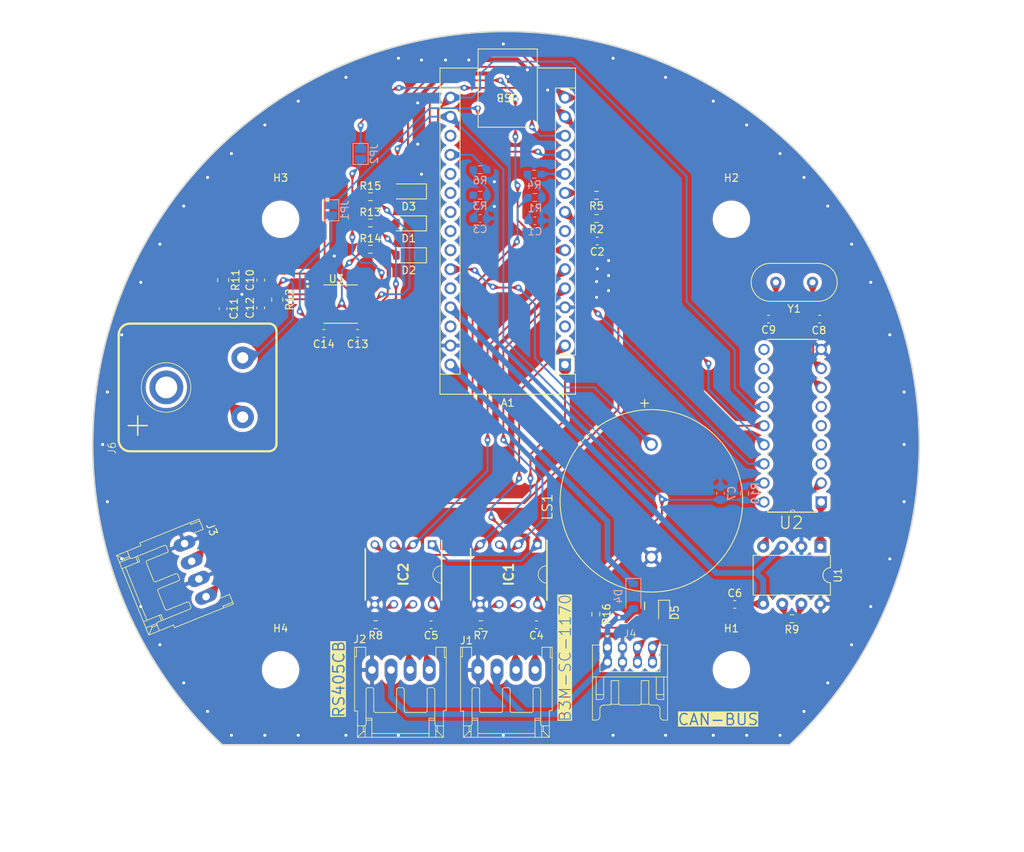
<source format=kicad_pcb>
(kicad_pcb (version 20221018) (generator pcbnew)
  (layers (0 "F.Cu" signal) (31 "B.Cu" signal) (34 "B.Paste" user) (35 "F.Paste" user) (36 "B.SilkS" user "B.Silkscreen") (37 "F.SilkS" user "F.Silkscreen") (38 "B.Mask" user) (39 "F.Mask" user) (44 "Edge.Cuts" user))
  (net 0 "")
  (net 1 "RS485__DI-TX")
  (net 2 "RS485__RO-RX")
  (net 4 "GND")
  (net 5 "RS485__Enable_B3M")
  (net 6 "RS485__Enable_RS405")
  (net 7 "MAX31856__~{CS}-~{CS}")
  (net 8 "MAX31855__~{CS}-~{CS}")
  (net 9 "MCP2515__~{CS}-~{CS}")
  (net 10 "Umbilical__LaunchPin")
  (net 11 "Umbilical__WaitingPin")
  (net 12 "MAX31856__DRDY-DRDY")
  (net 13 "MAX31856__FAULT-FAULT")
  (net 14 "SPI__MOSI")
  (net 15 "SPI__MISO")
  (net 16 "SPI__SCLK")
  (net 17 "+3.3V")
  (net 19 "B3M_Servo__Open")
  (net 20 "B3M_Servo__Close")
  (net 21 "RS405_Servo__Open")
  (net 22 "RS405_Servo__Close")
  (net 25 "IO__Busser")
  (net 27 "+5V")
  (net 29 "+12V")
  (net 30 "RS485__A1")
  (net 31 "RS485__B1")
  (net 32 "RS485__A2")
  (net 33 "RS485__B2")
  (net 34 "Net-(JP1-A)")
  (net 35 "Net-(JP2-A)")
  (net 36 "CAN__TXD-TXCAN")
  (net 37 "CAN__RXD-CANRX")
  (net 38 "Net-(U3-T+)")
  (net 39 "OCS2")
  (net 40 "OCS1")
  (net 41 "Net-(U3-T-)")
  (net 42 "Net-(J6-Pin_2)")
  (net 43 "Umbilical__WaitingPinInput")
  (net 44 "Umbilical__LaunchPinInput")
  (net 45 "CAN__L")
  (net 46 "CAN__H")
  (net 47 "BIAS")
  (net 48 "B3M_Servo__OpenInput")
  (net 49 "Net-(D1-A)")
  (net 50 "Net-(D2-A)")
  (net 51 "Net-(D3-A)")
  (net 52 "Net-(D5-A)")
  (net 60 "Net-(U2-~RESET)")
  (net 61 "Net-(C3-Pad1)")
  (net 62 "Net-(C2-Pad1)")
  (net 63 "Net-(C1-Pad1)")
  (net 64 "12Vin")
  (footprint "Resistor_SMD:R_0603_1608Metric_Pad0.98x0.95mm_HandSolder" (layer "F.Cu") (at 133.298344 130.2 -90)
    (fp_text reference "R16")
    (fp_text value "1k")
  )
  (footprint "Capacitor_SMD:C_0603_1608Metric_Pad1.08x0.95mm_HandSolder" (layer "F.Cu") (at 125.398344 131.6 180)
    (fp_text reference "C4")
    (fp_text value "0.1u")
  )
  (footprint "Diode_SMD:D_SOD-123" (layer "F.Cu") (at 108.398344 82.4 180)
    (fp_text reference "D2")
    (fp_text value "D")
  )
  (footprint "PKB24SPCH3601-B0:SPKR_PKB24SPCH3601-B0" (layer "F.Cu") (at 140.698344 115.1 90)
    (fp_text reference "LS1")
    (fp_text value "PKB24SPCH3601-B0")
  )
  (footprint "LTC1480CN8#PBF:DIP794W53P254L1016H394Q8N" (layer "F.Cu") (at 107.698344 124.9 -90)
    (fp_text reference "IC2")
    (fp_text value "LTC1480CN8#PBF" hide)
  )
  (footprint "Hirose_Connector:Hirose_DF1BZ-4P-2.5DS" (layer "F.Cu") (at 107.298344 137.6)
    (fp_text reference "J2")
    (fp_text value "Conn_01x04")
  )
  (footprint "MountingHole:MountingHole_4.5mm" (layer "F.Cu") (at 91.349172 77.6)
    (fp_text reference "H3")
    (fp_text value "MountingHole")
  )
  (footprint "Capacitor_SMD:C_0603_1608Metric_Pad1.08x0.95mm_HandSolder" (layer "F.Cu") (at 133.498344 80.5 180)
    (fp_text reference "C2")
    (fp_text value "0.1u")
  )
  (footprint "Capacitor_SMD:C_0603_1608Metric_Pad1.08x0.95mm_HandSolder" (layer "F.Cu") (at 88.698344 89.4 90)
    (fp_text reference "C12")
    (fp_text value "0.01u")
  )
  (footprint "MCP2515-I_P:DIP254P762X432-18" (layer "F.Cu") (at 155.688344 94.94 180)
    (fp_text reference "U2")
    (fp_text value "MCP2515-I/P")
  )
  (footprint "MountingHole:MountingHole_4.5mm" (layer "F.Cu") (at 91.349172 137.6)
    (fp_text reference "H4")
    (fp_text value "MountingHole")
  )
  (footprint "Resistor_SMD:R_0603_1608Metric_Pad0.98x0.95mm_HandSolder" (layer "F.Cu") (at 103.998344 131.6 180)
    (fp_text reference "R8")
    (fp_text value "120")
  )
  (footprint "Diode_SMD:D_SOD-123" (layer "F.Cu") (at 108.398344 78.15 180)
    (fp_text reference "D1")
    (fp_text value "D")
  )
  (footprint "Resistor_SMD:R_0805_2012Metric_Pad1.20x1.40mm_HandSolder" (layer "F.Cu") (at 83.698344 85.7 -90)
    (fp_text reference "R11")
    (fp_text value "100")
  )
  (footprint "Hirose_Connector:Hirose_DF1BZ-4P-2.5DS" (layer "F.Cu") (at 79.998344 124.3 -68)
    (fp_text reference "J3")
    (fp_text value "Conn_01x04")
  )
  (footprint "MountingHole:MountingHole_4.5mm" (layer "F.Cu") (at 151.349172 77.6)
    (fp_text reference "H2")
    (fp_text value "MountingHole")
  )
  (footprint "Capacitor_SMD:C_0603_1608Metric_Pad1.08x0.95mm_HandSolder" (layer "F.Cu") (at 88.698344 85.7 90)
    (fp_text reference "C10")
    (fp_text value "0.01u")
  )
  (footprint "Capacitor_SMD:C_0603_1608Metric_Pad1.08x0.95mm_HandSolder" (layer "F.Cu") (at 163.098344 90.9)
    (fp_text reference "C8")
    (fp_text value "15p")
  )
  (footprint "Resistor_SMD:R_0603_1608Metric_Pad0.98x0.95mm_HandSolder" (layer "F.Cu") (at 133.398344 77.5 180)
    (fp_text reference "R2")
    (fp_text value "10k")
  )
  (footprint "LTC1480CN8#PBF:DIP794W53P254L1016H394Q8N" (layer "F.Cu") (at 121.718344 124.9 -90)
    (fp_text reference "IC1")
    (fp_text value "LTC1480CN8#PBF" hide)
  )
  (footprint "MAX31856MUD_T:RS_PRO_611-8157" (layer "F.Cu") (at 77.298344 100 90)
    (fp_text reference "J6")
    (fp_text value "Screw_Terminal_01x02")
  )
  (footprint "Crystal:Crystal_HC49-4H_Vertical" (layer "F.Cu") (at 162.148344 86 180)
    (fp_text reference "Y1")
    (fp_text value "8MHz")
  )
  (footprint "Capacitor_SMD:C_0603_1608Metric_Pad1.08x0.95mm_HandSolder" (layer "F.Cu") (at 83.698344 89.5 -90)
    (fp_text reference "C11")
    (fp_text value "0.1u")
  )
  (footprint "Resistor_SMD:R_0603_1608Metric_Pad0.98x0.95mm_HandSolder" (layer "F.Cu") (at 159.398344 130.8 180)
    (fp_text reference "R9")
    (fp_text value "120")
  )
  (footprint "MountingHole:MountingHole_4.5mm" (layer "F.Cu") (at 151.349172 137.6)
    (fp_text reference "H1")
    (fp_text value "MountingHole")
  )
  (footprint "Resistor_SMD:R_0603_1608Metric_Pad0.98x0.95mm_HandSolder" (layer "F.Cu") (at 117.998344 131.6 180)
    (fp_text reference "R7")
    (fp_text value "120")
  )
  (footprint "Capacitor_SMD:C_0603_1608Metric_Pad1.08x0.95mm_HandSolder" (layer "F.Cu") (at 101.598344 92.8 180)
    (fp_text reference "C13")
    (fp_text value "0.1u")
  )
  (footprint "MAX31856MUD_T:SOP65P640X110-14N" (layer "F.Cu") (at 99.335844 88.9)
    (fp_text reference "U3")
    (fp_text value "MAX31856MUD+T")
  )
  (footprint "Module:Arduino_Nano" (layer "F.Cu") (at 129.198344 96.96 180)
    (fp_text reference "A1")
    (fp_text value "Arduino_Nano_Every")
  )
  (footprint "Diode_SMD:D_SOD-123" (layer "F.Cu") (at 108.398344 73.9 180)
    (fp_text reference "D3")
    (fp_text value "D")
  )
  (footprint "LED_SMD:LED_0603_1608Metric_Pad1.05x0.95mm_HandSolder" (layer "F.Cu") (at 142.398344 130 -90)
    (fp_text reference "D5")
    (fp_text value "LED")
  )
  (footprint "Resistor_SMD:R_0603_1608Metric_Pad0.98x0.95mm_HandSolder" (layer "F.Cu") (at 103.298344 78.1)
    (fp_text reference "R13")
    (fp_text value "10k")
  )
  (footprint "Resistor_SMD:R_0805_2012Metric_Pad1.20x1.40mm_HandSolder" (layer "F.Cu") (at 90.898344 88.3 -90)
    (fp_text reference "R12")
    (fp_text value "100")
  )
  (footprint "Resistor_SMD:R_0603_1608Metric_Pad0.98x0.95mm_HandSolder" (layer "F.Cu") (at 103.298344 74.6)
    (fp_text reference "R15")
    (fp_text value "10k")
  )
  (footprint "Capacitor_SMD:C_0603_1608Metric_Pad1.08x0.95mm_HandSolder" (layer "F.Cu") (at 111.378344 131.6 180)
    (fp_text reference "C5")
    (fp_text value "0.1u")
  )
  (footprint "Resistor_SMD:R_0603_1608Metric_Pad0.98x0.95mm_HandSolder" (layer "F.Cu") (at 133.398344 74.4 180)
    (fp_text reference "R5")
    (fp_text value "1k")
  )
  (footprint "Package_DIP:DIP-8_W7.62mm" (layer "F.Cu") (at 163.198344 121.2 -90)
    (fp_text reference "U1")
    (fp_text value "MCP2562-E-P")
  )
  (footprint "Resistor_SMD:R_0603_1608Metric_Pad0.98x0.95mm_HandSolder" (layer "F.Cu") (at 103.298344 81.6)
    (fp_text reference "R14")
    (fp_text value "10k")
  )
  (footprint "Capacitor_SMD:C_0603_1608Metric_Pad1.08x0.95mm_HandSolder" (layer "F.Cu") (at 151.798344 128.9 180)
    (fp_text reference "C6")
    (fp_text value "0.1u")
  )
  (footprint "Hirose_Connector:Hirose_DF1BZ-4P-2.5DS" (layer "F.Cu") (at 121.398344 137.6)
    (fp_text reference "J1")
    (fp_text value "Conn_01x04")
  )
  (footprint "Capacitor_SMD:C_0603_1608Metric_Pad1.08x0.95mm_HandSolder" (layer "F.Cu") (at 97.098344 92.8 180)
    (fp_text reference "C14")
    (fp_text value "0.1u")
  )
  (footprint "Hirose_Connector:Hirose_DF11B-8DP-2DS" (layer "F.Cu") (at 134.848344 134.6)
    (fp_text reference "J4")
    (fp_text value "Conn_01x08")
  )
  (footprint "Capacitor_SMD:C_0603_1608Metric_Pad1.08x0.95mm_HandSolder" (layer "F.Cu") (at 156.298344 90.9 180)
    (fp_text reference "C9")
    (fp_text value "15p")
  )
  (footprint "Jumper:SolderJumper-2_P1.3mm_Open_Pad1.0x1.5mm" (layer "B.Cu") (at 101.998344 68.9 90)
    (fp_text reference "JP2")
    (fp_text value "SolderJumper_2_Open")
  )
  (footprint "Diode_SMD:D_SOD-123" (layer "B.Cu") (at 138.298344 127.8 -90)
    (fp_text reference "D4")
    (fp_text value "D")
  )
  (footprint "Resistor_SMD:R_0603_1608Metric_Pad0.98x0.95mm_HandSolder" (layer "B.Cu") (at 125.098344 71.6)
    (fp_text reference "R4")
    (fp_text value "1k")
  )
  (footprint "Resistor_SMD:R_0603_1608Metric_Pad0.98x0.95mm_HandSolder" (layer "B.Cu") (at 117.898344 71)
    (fp_text reference "R6")
    (fp_text value "1k")
  )
  (footprint "Jumper:SolderJumper-2_P1.3mm_Open_Pad1.0x1.5mm" (layer "B.Cu") (at 98.098344 76.4 90)
    (fp_text reference "JP1")
    (fp_text value "SolderJumper_2_Open")
  )
  (footprint "Capacitor_SMD:C_0603_1608Metric_Pad1.08x0.95mm_HandSolder" (layer "B.Cu") (at 149.898344 114.1 -90)
    (fp_text reference "C7")
    (fp_text value "0.1u")
  )
  (footprint "Capacitor_SMD:C_0603_1608Metric_Pad1.08x0.95mm_HandSolder" (layer "B.Cu") (at 117.898344 77.5)
    (fp_text reference "C3")
    (fp_text value "0.1u")
  )
  (footprint "Resistor_SMD:R_0603_1608Metric_Pad0.98x0.95mm_HandSolder" (layer "B.Cu") (at 125.198344 74.7)
    (fp_text reference "R1")
    (fp_text value "10k")
  )
  (footprint "Resistor_SMD:R_0603_1608Metric_Pad0.98x0.95mm_HandSolder" (layer "B.Cu") (at 117.898344 74.4)
    (fp_text reference "R3")
    (fp_text value "10k")
  )
  (footprint "Resistor_SMD:R_0603_1608Metric_Pad0.98x0.95mm_HandSolder" (layer "B.Cu") (at 153.098344 114.1 90)
    (fp_text reference "R10")
    (fp_text value "10k")
  )
  (footprint "Capacitor_SMD:C_0603_1608Metric_Pad1.08x0.95mm_HandSolder" (layer "B.Cu") (at 125.198344 77.8)
    (fp_text reference "C1")
    (fp_text value "0.1u")
  )
  (gr_line (start 83.6 147.6) (end 159.098344 147.6) (stroke (width 0.2)) (layer "Edge.Cuts"))
  (gr_arc (start 83.6 147.6) (mid 121.349172 52.6) (end 159.098344 147.6) (stroke (width 0.2)) (layer "Edge.Cuts"))
  (gr_text "RS405CB" (at 99.098344 144.1 90) (layer "F.SilkS" knockout) (effects (font (size 1.5 1.5) (thickness 0.1875)) (justify left)))
  (gr_text "B3M-SC-1170" (at 130.098344 144.6 90) (layer "F.SilkS" knockout) (effects (font (size 1.5 1.5) (thickness 0.125)) (justify left bottom)))
  (gr_text "CAN-BUS" (at 144.098344 145.1) (layer "F.SilkS" knockout) (effects (font (size 1.5 1.5) (thickness 0.1875)) (justify left bottom)))
  (segment (start 103.888344 120.931) (end 105.257344 122.3) (width 0.25) (layer "F.Cu") (net 1))
  (segment (start 116.539344 122.3) (end 117.908344 120.931) (width 0.25) (layer "F.Cu") (net 1))
  (segment (start 124.598344 108.9) (end 129.198344 104.3) (width 0.25) (layer "F.Cu") (net 1))
  (segment (start 124.598344 112.1) (end 124.598344 108.9) (width 0.25) (layer "F.Cu") (net 1))
  (segment (start 129.198344 104.3) (end 129.198344 96.96) (width 0.25) (layer "F.Cu") (net 1))
  (segment (start 105.257344 122.3) (end 116.539344 122.3) (width 0.25) (layer "F.Cu") (net 1))
  (via (at 124.598344 112.1) (size 0.8) (drill 0.4) (layers "F.Cu" "B.Cu") (net 1))
  (segment (start 124.598344 114.241) (end 117.908344 120.931) (width 0.25) (layer "B.Cu") (net 1))
  (segment (start 124.598344 112.1) (end 124.598344 114.241) (width 0.25) (layer "B.Cu") (net 1))
  (segment (start 124.358344 118.8) (end 125.528344 119.97) (width 0.25) (layer "F.Cu") (net 2))
  (segment (start 119.398344 117.3) (end 120.898344 118.8) (width 0.25) (layer "F.Cu") (net 2))
  (segment (start 125.528344 119.97) (end 125.528344 120.931) (width 0.25) (layer "F.Cu") (net 2))
  (segment (start 120.898344 118.8) (end 124.358344 118.8) (width 0.25) (layer "F.Cu") (net 2))
  (segment (start 123.098344 100.52) (end 129.198344 94.42) (width 0.25) (layer "F.Cu") (net 2))
  (segment (start 123.098344 112.1) (end 123.098344 100.52) (width 0.25) (layer "F.Cu") (net 2))
  (via (at 123.098344 112.1) (size 0.8) (drill 0.4) (layers "F.Cu" "B.Cu") (net 2))
  (via (at 119.398344 117.3) (size 0.8) (drill 0.4) (layers "F.Cu" "B.Cu") (net 2))
  (segment (start 125.528344 120.931) (end 123.359344 123.1) (width 0.25) (layer "B.Cu") (net 2))
  (segment (start 119.398344 116.036396) (end 123.098344 112.336396) (width 0.25) (layer "B.Cu") (net 2))
  (segment (start 123.098344 112.336396) (end 123.098344 112.1) (width 0.25) (layer "B.Cu") (net 2))
  (segment (start 113.677344 123.1) (end 111.508344 120.931) (width 0.25) (layer "B.Cu") (net 2))
  (segment (start 123.359344 123.1) (end 113.677344 123.1) (width 0.25) (layer "B.Cu") (net 2))
  (segment (start 119.398344 117.3) (end 119.398344 116.036396) (width 0.25) (layer "B.Cu") (net 2))
  (segment (start 102.220844 86.95) (end 102.948344 86.95) (width 0.25) (layer "F.Cu") (net 4))
  (segment (start 102.220844 86.95) (end 101.248344 86.95) (width 0.25) (layer "F.Cu") (net 4))
  (segment (start 101.248344 86.95) (end 100.898344 86.6) (width 0.25) (layer "F.Cu") (net 4))
  (segment (start 88.698344 86.5625) (end 88.435844 86.5625) (width 0.25) (layer "F.Cu") (net 4))
  (segment (start 100.898344 86.6) (end 100.898344 85.7) (width 0.25) (layer "F.Cu") (net 4))
  (segment (start 96.450844 86.95) (end 95.048344 86.95) (width 0.25) (layer "F.Cu") (net 4))
  (segment (start 96.450844 86.1525) (end 96.098344 85.8) (width 0.25) (layer "F.Cu") (net 4))
  (segment (start 88.435844 86.5625) (end 87.198344 87.8) (width 0.25) (layer "F.Cu") (net 4))
  (segment (start 95.048344 86.95) (end 94.798344 86.7) (width 0.25) (layer "F.Cu") (net 4))
  (segment (start 102.948344 86.95) (end 103.698344 86.2) (width 0.25) (layer "F.Cu") (net 4))
  (segment (start 96.450844 86.95) (end 96.450844 86.1525) (width 0.25) (layer "F.Cu") (net 4))
  (via (at 116.398344 56.4) (size 0.8) (drill 0.4) (layers "F.Cu" "B.Cu") (net 4))
  (via (at 161.003344 72.035) (size 0.8) (drill 0.4) (layers "F.Cu" "B.Cu") (net 4))
  (via (at 93.693344 61.875) (size 0.8) (drill 0.4) (layers "F.Cu" "B.Cu") (net 4))
  (via (at 98.498344 82.5) (size 0.8) (drill 0.4) (layers "F.Cu" "B.Cu") (net 4))
  (via (at 107.028344 146.33) (size 0.8) (drill 0.4) (layers "F.Cu" "B.Cu") (net 4))
  (via (at 133.398344 88) (size 0.8) (drill 0.4) (layers "F.Cu" "B.Cu") (net 4))
  (via (at 93.693344 146.33) (size 0.8) (drill 0.4) (layers "F.Cu" "B.Cu") (net 4))
  (via (at 109.598344 62.1) (size 0.8) (drill 0.4) (layers "F.Cu" "B.Cu") (net 4))
  (via (at 126.898344 60.4) (size 0.8) (drill 0.4) (layers "F.Cu" "B.Cu") (net 4))
  (via (at 133.398344 85.9) (size 0.8) (drill 0.4) (layers "F.Cu" "B.Cu") (net 4))
  (via (at 110.098344 71.6) (size 0.8) (drill 0.4) (layers "F.Cu" "B.Cu") (net 4))
  (via (at 100.043344 58.7) (size 0.8) (drill 0.4) (layers "F.Cu" "B.Cu") (net 4))
  (via (at 119.798344 72.6) (size 0.8) (drill 0.4) (layers "F.Cu" "B.Cu") (net 4))
  (via (at 135.603344 146.33) (size 0.8) (drill 0.4) (layers "F.Cu" "B.Cu") (net 4))
  (via (at 153.383344 65.05) (size 0.8) (drill 0.4) (layers "F.Cu" "B.Cu") (net 4))
  (via (at 164.178344 139.345) (size 0.8) (drill 0.4) (layers "F.Cu" "B.Cu") (net 4))
  (via (at 89.248344 65.05) (size 0.8) (drill 0.4) (layers "F.Cu" "B.Cu") (net 4))
  (via (at 81.628344 72.035) (size 0.8) (drill 0.4) (layers "F.Cu" "B.Cu") (net 4))
  (via (at 70.198344 122.835) (size 0.8) (drill 0.4) (layers "F.Cu" "B.Cu") (net 4))
  (via (at 169.893344 129.185) (size 0.8) (drill 0.4) (layers "F.Cu" "B.Cu") (net 4))
  (via (at 121.598344 58.6) (size 0.8) (drill 0.4) (layers "F.Cu" "B.Cu") (net 4))
  (via (at 119.798344 75.9) (size 0.8) (drill 0.4) (layers "F.Cu" "B.Cu") (net 4))
  (via (at 134.998344 83.1) (size 0.8) (drill 0.4) (layers "F.Cu" "B.Cu") (net 4))
  (via (at 135.603344 56.16) (size 0.8) (drill 0.4) (layers "F.Cu" "B.Cu") (net 4))
  (via (at 133.498344 84.2) (size 0.8) (drill 0.4) (layers "F.Cu" "B.Cu") (net 4))
  (via (at 153.383344 146.33) (size 0.8) (drill 0.4) (layers "F.Cu" "B.Cu") (net 4))
  (via (at 89.248344 146.33) (size 0.8) (drill 0.4) (layers "F.Cu" "B.Cu") (net 4))
  (via (at 84.803344 68.86) (size 0.8) (drill 0.4) (layers "F.Cu" "B.Cu") (net 4))
  (via (at 174.338344 107.595) (size 0.8) (drill 0.4) (layers "F.Cu" "B.Cu") (net 4))
  (via (at 167.353344 134.265) (size 0.8) (drill 0.4) (layers "F.Cu" "B.Cu") (net 4))
  (via (at 148.938344 61.875) (size 0.8) (drill 0.4) (layers "F.Cu" "B.Cu") (net 4))
  (via (at 100.043344 146.33) (size 0.8) (drill 0.4) (layers "F.Cu" "B.Cu") (net 4))
  (via (at 67.658344 107.595) (size 0.8) (drill 0.4) (layers "F.Cu" "B.Cu") (net 4))
  (via (at 68.293344 100.61) (size 0.8) (drill 0.4) (layers "F.Cu" "B.Cu") (net 4))
  (via (at 157.828344 146.33) (size 0.8) (drill 0.4) (layers "F.Cu" "B.Cu") (net 4))
  (via (at 78.453344 139.345) (size 0.8) (drill 0.4) (layers "F.Cu" "B.Cu") (net 4))
  (via (at 164.178344 75.845) (size 0.8) (drill 0.4) (layers "F.Cu" "B.Cu") (net 4))
  (via (at 68.293344 115.215) (size 0.8) (drill 0.4) (layers "F.Cu" "B.Cu") (net 4))
  (via (at 109.598344 67.6) (size 0.8) (drill 0.4) (layers "F.Cu" "B.Cu") (net 4))
  (via (at 70.198344 92.99) (size 0.8) (drill 0.4) (layers "F.Cu" "B.Cu") (net 4))
  (via (at 142.588344 146.33) (size 0.8) (drill 0.4) (layers "F.Cu" "B.Cu") (net 4))
  (via (at 167.353344 80.925) (size 0.8) (drill 0.4) (layers "F.Cu" "B.Cu") (net 4))
  (via (at 134.998344 85.1) (size 0.8) (drill 0.4) (layers "F.Cu" "B.Cu") (net 4))
  (via (at 110.098344 56.4) (size 0.8) (drill 0.4) (layers "F.Cu" "B.Cu") (net 4))
  (via (at 75.278344 134.265) (size 0.8) (drill 0.4) (layers "F.Cu" "B.Cu") (net 4))
  (via (at 161.003344 143.155) (size 0.8) (drill 0.4) (layers "F.Cu" "B.Cu") (net 4))
  (via (at 72.738344 129.185) (size 0.8) (drill 0.4) (layers "F.Cu" "B.Cu") (net 4))
  (via (at 134.998344 87.1) (size 0.8) (drill 0.4) (layers "F.Cu" "B.Cu") (net 4))
  (via (at 107.028344 56.16) (size 0.8) (drill 0.4) (layers "F.Cu" "B.Cu") (net 4))
  (via (at 124.198344 57.7) (size 0.8) (drill 0.4) (layers "F.Cu" "B.Cu") (net 4))
  (via (at 157.828344 68.86) (size 0.8) (drill 0.4) (layers "F.Cu" "B.Cu") (net 4))
  (via (at 174.338344 115.215) (size 0.8) (drill 0.4) (layers "F.Cu" "B.Cu") (net 4))
  (via (at 75.278344 80.925) (size 0.8) (drill 0.4) (layers "F.Cu" "B.Cu") (net 4))
  (via (at 120.998344 146.33) (size 0.8) (drill 0.4) (layers "F.Cu" "B.Cu") (net 4))
  (via (at 142.588344 58.7) (size 0.8) (drill 0.4) (layers "F.Cu" "B.Cu") (net 4))
  (via (at 169.893344 86.005) (size 0.8) (drill 0.4) (layers "F.Cu" "B.Cu") (net 4))
  (via (at 78.453344 75.845) (size 0.8) (drill 0.4) (layers "F.Cu" "B.Cu") (net 4))
  (via (at 174.338344 100.61) (size 0.8) (drill 0.4) (layers "F.Cu" "B.Cu") (net 4))
  (via (at 81.628344 143.155) (size 0.8) (drill 0.4) (layers "F.Cu" "B.Cu") (net 4))
  (via (at 148.938344 146.33) (size 0.8) (drill 0.4) (layers "F.Cu" "B.Cu") (net 4))
  (via (at 113.298344 56.4) (size 0.8) (drill 0.4) (layers "F.Cu" "B.Cu") (net 4))
  (via (at 172.433344 122.835) (size 0.8) (drill 0.4) (layers "F.Cu" "B.Cu") (net 4))
  (via (at 86.198344 87.6) (size 0.8) (drill 0.4) (layers "F.Cu" "B.Cu") (net 4))
  (via (at 72.738344 86.005) (size 0.8) (drill 0.4) (layers "F.Cu" "B.Cu") (net 4))
  (via (at 120.998344 54.255) (size 0.8) (drill 0.4) (layers "F.Cu" "B.Cu") (net 4))
  (via (at 84.803344 146.33) (size 0.8) (drill 0.4) (layers "F.Cu" "B.Cu") (net 4))
  (via (at 94.898344 85.9) (size 0.8) (drill 0.4) (layers "F.Cu" "B.Cu") (net 4))
  (via (at 172.433344 92.99) (size 0.8) (drill 0.4) (layers "F.Cu" "B.Cu") (net 4))
  (segment (start 122.319344 121.6) (end 121.117344 121.6) (width 0.25) (layer "F.Cu") (net 5))
  (segment (start 120.998344 107) (end 120.998344 95) (width 0.25) (layer "F.Cu") (net 5))
  (segment (start 121.117344 121.6) (end 120.448344 120.931) (width 0.25) (layer "F.Cu") (net 5))
  (segment (start 120.998344 95) (end 129.198344 86.8) (width 0.25) (layer "F.Cu") (net 5))
  (segment (start 122.988344 120.931) (end 122.319344 121.6) (width 0.25) (layer "F.Cu") (net 5))
  (via (at 120.998344 107) (size 0.8) (drill 0.4) (layers "F.Cu" "B.Cu") (net 5))
  (segment (start 120.998344 107) (end 126.198344 112.2) (width 0.25) (layer "B.Cu") (net 5))
  (segment (start 126.198344 117.721) (end 122.988344 120.931) (width 0.25) (layer "B.Cu") (net 5))
  (segment (start 126.198344 112.2) (end 126.198344 117.721) (width 0.25) (layer "B.Cu") (net 5))
  (segment (start 106.997344 121.5) (end 106.428344 120.931) (width 0.25) (layer "F.Cu") (net 6))
  (segment (start 108.968344 120.931) (end 108.399344 121.5) (width 0.25) (layer "F.Cu") (net 6))
  (segment (start 118.898344 107) (end 118.898344 94.56) (width 0.25) (layer "F.Cu") (net 6))
  (segment (start 118.898344 94.56) (end 129.198344 84.26) (width 0.25) (layer "F.Cu") (net 6))
  (segment (start 108.399344 121.5) (end 106.997344 121.5) (width 0.25) (layer "F.Cu") (net 6))
  (via (at 118.898344 107) (size 0.8) (drill 0.4) (layers "F.Cu" "B.Cu") (net 6))
  (segment (start 118.898344 107) (end 118.898344 111.1) (width 0.25) (layer "B.Cu") (net 6))
  (segment (start 118.898344 111.1) (end 109.067344 120.931) (width 0.25) (layer "B.Cu") (net 6))
  (segment (start 109.067344 120.931) (end 108.968344 120.931) (width 0.25) (layer "B.Cu") (net 6))
  (segment (start 126.918344 81.72) (end 129.198344 81.72) (width 0.25) (layer "F.Cu") (net 7))
  (segment (start 111.198344 61.2) (end 111.198344 77) (width 0.25) (layer "F.Cu") (net 7))
  (segment (start 120.598344 59.1) (end 113.298344 59.1) (width 0.25) (layer "F.Cu") (net 7))
  (segment (start 122.898344 73.1) (end 122.898344 77.7) (width 0.25) (layer "F.Cu") (net 7))
  (segment (start 122.598344 61.6) (end 122.598344 66.6) (width 0.25) (layer "F.Cu") (net 7))
  (segment (start 113.298344 59.1) (end 111.198344 61.2) (width 0.25) (layer "F.Cu") (net 7))
  (segment (start 122.898344 77.7) (end 126.918344 81.72) (width 0.25) (layer "F.Cu") (net 7))
  (segment (start 111.198344 77) (end 110.048344 78.15) (width 0.25) (layer "F.Cu") (net 7))
  (via (at 122.598344 66.6) (size 0.8) (drill 0.4) (layers "F.Cu" "B.Cu") (net 7))
  (via (at 122.598344 61.6) (size 0.8) (drill 0.4) (layers "F.Cu" "B.Cu") (net 7))
  (via (at 120.598344 59.1) (size 0.8) (drill 0.4) (layers "F.Cu" "B.Cu") (net 7))
  (via (at 122.898344 73.1) (size 0.8) (drill 0.4) (layers "F.Cu" "B.Cu") (net 7))
  (segment (start 122.898344 73.1) (end 122.598344 72.8) (width 0.25) (layer "B.Cu") (net 7))
  (segment (start 122.598344 72.8) (end 122.598344 66.6) (width 0.25) (layer "B.Cu") (net 7))
  (segment (start 122.598344 61.1) (end 122.598344 61.6) (width 0.25) (layer "B.Cu") (net 7))
  (segment (start 120.598344 59.1) (end 122.598344 61.1) (width 0.25) (layer "B.Cu") (net 7))
  (segment (start 133.598344 90.2) (end 131.773344 88.375) (width 0.25) (layer "F.Cu") (net 9))
  (segment (start 131.773344 88.375) (end 131.773344 79.215) (width 0.25) (layer "F.Cu") (net 9))
  (segment (start 131.773344 79.215) (end 129.198344 76.64) (width 0.25) (layer "F.Cu") (net 9))
  (via (at 133.598344 90.2) (size 0.8) (drill 0.4) (layers "F.Cu" "B.Cu") (net 9))
  (segment (start 153.578344 110.18) (end 155.688344 110.18) (width 0.25) (layer "B.Cu") (net 9))
  (segment (start 133.598344 90.2) (end 153.578344 110.18) (width 0.25) (layer "B.Cu") (net 9))
  (segment (start 132.485844 74.4) (end 132.185844 74.1) (width 0.25) (layer "F.Cu") (net 10))
  (segment (start 132.185844 74.1) (end 129.198344 74.1) (width 0.25) (layer "F.Cu") (net 10))
  (segment (start 126.050844 71.56) (end 129.198344 71.56) (width 0.25) (layer "B.Cu") (net 11))
  (segment (start 126.010844 71.6) (end 126.050844 71.56) (width 0.25) (layer "B.Cu") (net 11))
  (segment (start 117.598344 64.6) (end 117.598344 62.815) (width 0.25) (layer "F.Cu") (net 12))
  (segment (start 125.598344 68.6) (end 121.598344 68.6) (width 0.25) (layer "F.Cu") (net 12))
  (segment (start 121.598344 68.6) (end 117.598344 64.6) (width 0.25) (layer "F.Cu") (net 12))
  (via (at 125.598344 68.6) (size 0.8) (drill 0.4) (layers "F.Cu" "B.Cu") (net 12))
  (via (at 117.598344 62.815) (size 0.8) (drill 0.4) (layers "F.Cu" "B.Cu") (net 12))
  (segment (start 117.598344 62.815) (end 111.183344 62.815) (width 0.25) (layer "B.Cu") (net 12))
  (segment (start 98.248344 75.75) (end 98.098344 75.75) (width 0.25) (layer "B.Cu") (net 12))
  (segment (start 125.598344 68.6) (end 126.018344 69.02) (width 0.25) (layer "B.Cu") (net 12))
  (segment (start 111.183344 62.815) (end 98.248344 75.75) (width 0.25) (layer "B.Cu") (net 12))
  (segment (start 126.018344 69.02) (end 129.198344 69.02) (width 0.25) (layer "B.Cu") (net 12))
  (segment (start 122.818344 60.1) (end 115.798344 60.1) (width 0.25) (layer "F.Cu") (net 13))
  (segment (start 107.098344 60.1) (end 106.598344 60.1) (width 0.25) (layer "F.Cu") (net 13))
  (segment (start 124.798344 65.3) (end 124.798344 62.08) (width 0.25) (layer "F.Cu") (net 13))
  (segment (start 101.998344 64.7) (end 101.998344 65.1) (width 0.25) (layer "F.Cu") (net 13))
  (segment (start 106.598344 60.1) (end 101.998344 64.7) (width 0.25) (layer "F.Cu") (net 13))
  (segment (start 124.798344 62.08) (end 122.818344 60.1) (width 0.25) (layer "F.Cu") (net 13))
  (via (at 115.798344 60.1) (size 0.8) (drill 0.4) (layers "F.Cu" "B.Cu") (net 13))
  (via (at 101.998344 65.1) (size 0.8) (drill 0.4) (layers "F.Cu" "B.Cu") (net 13))
  (via (at 124.798344 65.3) (size 0.8) (drill 0.4) (layers "F.Cu" "B.Cu") (net 13))
  (via (at 107.098344 60.1) (size 0.8) (drill 0.4) (layers "F.Cu" "B.Cu") (net 13))
  (segment (start 124.798344 65.3) (end 124.798344 65.4) (width 0.25) (layer "B.Cu") (net 13))
  (segment (start 107.098344 60.1) (end 115.798344 60.1) (width 0.25) (layer "B.Cu") (net 13))
  (segment (start 124.798344 65.4) (end 125.878344 66.48) (width 0.25) (layer "B.Cu") (net 13))
  (segment (start 125.878344 66.48) (end 129.198344 66.48) (width 0.25) (layer "B.Cu") (net 13))
  (segment (start 101.998344 65.1) (end 101.998344 68.25) (width 0.25) (layer "B.Cu") (net 13))
  (segment (start 108.298344 72.15) (end 108.298344 61.5) (width 0.25) (layer "F.Cu") (net 14))
  (segment (start 155.688344 105.1) (end 151.598344 105.1) (width 0.25) (layer "F.Cu") (net 14))
  (segment (start 139.098344 73.9425) (end 129.198344 64.0425) (width 0.25) (layer "F.Cu") (net 14))
  (segment (start 122.558344 57.3) (end 129.198344 63.94) (width 0.25) (layer "F.Cu") (net 14))
  (segment (start 110.048344 73.9) (end 108.298344 72.15) (width 0.25) (layer "F.Cu") (net 14))
  (segment (start 112.498344 57.3) (end 122.558344 57.3) (width 0.25) (layer "F.Cu") (net 14))
  (segment (start 151.598344 105.1) (end 139.098344 92.6) (width 0.25) (layer "F.Cu") (net 14))
  (segment (start 129.198344 64.0425) (end 129.198344 63.94) (width 0.25) (layer "F.Cu") (net 14))
  (segment (start 139.098344 92.6) (end 139.098344 73.9425) (width 0.25) (layer "F.Cu") (net 14))
  (segment (start 108.298344 61.5) (end 112.498344 57.3) (width 0.25) (layer "F.Cu") (net 14))
  (segment (start 123.198344 55.4) (end 129.198344 61.4) (width 0.25) (layer "F.Cu") (net 15))
  (segment (start 97.198344 83.9) (end 97.198344 67.8) (width 0.25) (layer "F.Cu") (net 15))
  (segment (start 102.220844 88.9) (end 101.468233 88.9) (width 0.25) (layer "F.Cu") (net 15))
  (segment (start 100.398344 87.830111) (end 100.398344 87.1) (width 0.25) (layer "F.Cu") (net 15))
  (segment (start 100.398344 87.1) (end 97.198344 83.9) (width 0.25) (layer "F.Cu") (net 15))
  (segment (start 109.598344 55.4) (end 123.198344 55.4) (width 0.25) (layer "F.Cu") (net 15))
  (segment (start 130.683344 61.4) (end 129.198344 61.4) (width 0.25) (layer "F.Cu") (net 15))
  (segment (start 141.953344 90.45) (end 141.953344 72.67) (width 0.25) (layer "F.Cu") (net 15))
  (segment (start 148.303344 96.8) (end 141.953344 90.45) (width 0.25) (layer "F.Cu") (net 15))
  (segment (start 97.198344 67.8) (end 109.598344 55.4) (width 0.25) (layer "F.Cu") (net 15))
  (segment (start 141.953344 72.67) (end 130.683344 61.4) (width 0.25) (layer "F.Cu") (net 15))
  (segment (start 101.468233 88.9) (end 100.398344 87.830111) (width 0.25) (layer "F.Cu") (net 15))
  (via (at 148.303344 96.8) (size 0.8) (drill 0.4) (layers "F.Cu" "B.Cu") (net 15))
  (segment (start 148.303344 100.255) (end 155.688344 107.64) (width 0.25) (layer "B.Cu") (net 15))
  (segment (start 148.303344 96.8) (end 148.303344 100.255) (width 0.25) (layer "B.Cu") (net 15))
  (segment (start 112.298344 63.06) (end 113.958344 61.4) (width 0.25) (layer "F.Cu") (net 16))
  (segment (start 112.298344 80.15) (end 112.298344 63.06) (width 0.25) (layer "F.Cu") (net 16))
  (segment (start 110.048344 82.4) (end 112.298344 80.15) (width 0.25) (layer "F.Cu") (net 16))
  (segment (start 145.398344 88.6) (end 151.798344 95) (width 0.25) (layer "B.Cu") (net 16))
  (segment (start 119.598344 56.6) (end 130.098344 56.6) (width 0.25) (layer "B.Cu") (net 16))
  (segment (start 151.798344 100.1) (end 154.258344 102.56) (width 0.25) (layer "B.Cu") (net 16))
  (segment (start 151.798344 95) (end 151.798344 100.1) (width 0.25) (layer "B.Cu") (net 16))
  (segment (start 116.798344 61.4) (end 117.898344 60.3) (width 0.25) (layer "B.Cu") (net 16))
  (segment (start 117.898344 60.3) (end 117.898344 58.3) (width 0.25) (layer "B.Cu") (net 16))
  (segment (start 113.958344 61.4) (end 116.798344 61.4) (width 0.25) (layer "B.Cu") (net 16))
  (segment (start 130.098344 56.6) (end 145.398344 71.9) (width 0.25) (layer "B.Cu") (net 16))
  (segment (start 117.898344 58.3) (end 119.598344 56.6) (width 0.25) (layer "B.Cu") (net 16))
  (segment (start 154.258344 102.56) (end 155.688344 102.56) (width 0.25) (layer "B.Cu") (net 16))
  (segment (start 145.398344 71.9) (end 145.398344 88.6) (width 0.25) (layer "B.Cu") (net 16))
  (segment (start 155.688344 115.26) (end 155.428344 115) (width 0.25) (layer "F.Cu") (net 17))
  (segment (start 97.960844 90.307389) (end 97.203455 89.55) (width 0.25) (layer "F.Cu") (net 17))
  (segment (start 98.748344 89.55) (end 99.498344 88.8) (width 0.25) (layer "F.Cu") (net 17))
  (segment (start 128.498344 125) (end 113.798344 125) (width 0.25) (layer "F.Cu") (net 17))
  (segment (start 106.898344 70.0875) (end 106.898344 68.2) (width 0.25) (layer "F.Cu") (net 17))
  (segment (start 112.298344 129.659) (end 112.298344 131.5425) (width 0.25) (layer "F.Cu") (net 17))
  (segment (start 96.450844 89.55) (end 98.748344 89.55) (width 0.25) (layer "F.Cu") (net 17))
  (segment (start 126.298344 131.5625) (end 126.260844 131.6) (width 0.25) (layer "F.Cu") (net 17))
  (segment (start 111.508344 127.29) (end 111.508344 128.869) (width 0.25) (layer "F.Cu") (net 17))
  (segment (start 155.578344 115.26) (end 155.318344 115) (width 0.25) (layer "F.Cu") (net 17))
  (segment (start 102.385844 78.1) (end 102.385844 74.6) (width 0.25) (layer "F.Cu") (net 17))
  (segment (start 112.298344 131.5425) (end 112.240844 131.6) (width 0.25) (layer "F.Cu") (net 17))
  (segment (start 102.460844 92.8) (end 102.460844 91.09) (width 0.25) (layer "F.Cu") (net 17))
  (segment (start 126.298344 129.639) (end 126.298344 131.5625) (width 0.25) (layer "F.Cu") (net 17))
  (segment (start 133.998344 125) (end 128.498344 125) (width 0.25) (layer "F.Cu") (net 17))
  (segment (start 125.528344 128.869) (end 126.298344 129.639) (width 0.25) (layer "F.Cu") (net 17))
  (segment (start 102.385844 81.6) (end 102.385844 78.1) (width 0.25) (layer "F.Cu") (net 17))
  (segment (start 142.098344 116.9) (end 133.998344 125) (width 0.25) (layer "F.Cu") (net 17))
  (segment (start 102.460844 91.09) (end 102.220844 90.85) (width 0.25) (layer "F.Cu") (net 17))
  (segment (start 102.220844 90.85) (end 101.468233 90.85) (width 0.25) (layer "F.Cu") (net 17))
  (segment (start 127.398344 125) (end 128.498344 125) (width 0.25) (layer "F.Cu") (net 17))
  (segment (start 97.203455 89.55) (end 96.450844 89.55) (width 0.25) (layer "F.Cu") (net 17))
  (segment (start 125.528344 126.87) (end 127.398344 125) (width 0.25) (layer "F.Cu") (net 17))
  (segment (start 101.468233 90.85) (end 99.498344 88.880111) (width 0.25) (layer "F.Cu") (net 17))
  (segment (start 111.508344 128.869) (end 112.298344 129.659) (width 0.25) (layer "F.Cu") (net 17))
  (segment (start 100.585844 83.4) (end 102.385844 81.6) (width 0.25) (layer "F.Cu") (net 17))
  (segment (start 102.385844 74.6) (end 106.898344 70.0875) (width 0.25) (layer "F.Cu") (net 17))
  (segment (start 113.798344 125) (end 111.508344 127.29) (width 0.25) (layer "F.Cu") (net 17))
  (segment (start 100.498344 83.4) (end 100.585844 83.4) (width 0.25) (layer "F.Cu") (net 17))
  (segment (start 125.528344 128.869) (end 125.528344 126.87) (width 0.25) (layer "F.Cu") (net 17))
  (segment (start 99.498344 88.880111) (end 99.498344 88.8) (width 0.25) (layer "F.Cu") (net 17))
  (segment (start 142.098344 114.9) (end 142.098344 116.9) (width 0.25) (layer "F.Cu") (net 17))
  (segment (start 97.960844 92.8) (end 97.960844 90.307389) (width 0.25) (layer "F.Cu") (net 17))
  (via (at 100.498344 83.4) (size 0.8) (drill 0.4) (layers "F.Cu" "B.Cu") (net 17))
  (via (at 142.098344 114.9) (size 0.8) (drill 0.4) (layers "F.Cu" "B.Cu") (net 17))
  (via (at 99.498344 88.8) (size 0.8) (drill 0.4) (layers "F.Cu" "B.Cu") (net 17))
  (via (at 106.898344 68.2) (size 0.8) (drill 0.4) (layers "F.Cu" "B.Cu") (net 17))
  (segment (start 111.158344 63.94) (end 113.958344 63.94) (width 0.25) (layer "B.Cu") (net 17))
  (segment (start 106.898344 68.2) (end 111.158344 63.94) (width 0.25) (layer "B.Cu") (net 17))
  (segment (start 142.160844 114.9625) (end 142.098344 114.9) (width 0.25) (layer "B.Cu") (net 17))
  (segment (start 149.898344 114.9625) (end 142.160844 114.9625) (width 0.25) (layer "B.Cu") (net 17))
  (segment (start 120.998344 70.98) (end 113.958344 63.94) (width 0.25) (layer "B.Cu") (net 17))
  (segment (start 99.498344 84.4) (end 100.498344 83.4) (width 0.25) (layer "B.Cu") (net 17))
  (segment (start 120.998344 93.5) (end 120.998344 70.98) (width 0.25) (layer "B.Cu") (net 17))
  (segment (start 153.345844 115.26) (end 153.098344 115.0125) (width 0.25) (layer "B.Cu") (net 17))
  (segment (start 149.898344 114.9625) (end 153.048344 114.9625) (width 0.25) (layer "B.Cu") (net 17))
  (segment (start 153.048344 114.9625) (end 153.098344 115.0125) (width 0.25) (layer "B.Cu") (net 17))
  (segment (start 99.498344 88.8) (end 99.498344 84.4) (width 0.25) (layer "B.Cu") (net 17))
  (segment (start 142.098344 114.9) (end 142.098344 114.6) (width 0.25) (layer "B.Cu") (net 17))
  (segment (start 155.688344 115.26) (end 153.345844 115.26) (width 0.25) (layer "B.Cu") (net 17))
  (segment (start 142.098344 114.6) (end 120.998344 93.5) (width 0.25) (layer "B.Cu") (net 17))
  (segment (start 116.830844 69.02) (end 118.810844 71) (width 0.25) (layer "B.Cu") (net 19))
  (segment (start 113.958344 69.02) (end 116.830844 69.02) (width 0.25) (layer "B.Cu") (net 19))
  (segment (start 117.058344 84.26) (end 113.958344 84.26) (width 0.25) (layer "F.Cu") (net 25))
  (segment (start 119.598344 86.6) (end 119.698344 86.7) (width 0.25) (layer "F.Cu") (net 25))
  (segment (start 117.198344 84.4) (end 117.058344 84.26) (width 0.25) (layer "F.Cu") (net 25))
  (segment (start 119.698344 86.7) (end 122.998344 86.7) (width 0.25) (layer "F.Cu") (net 25))
  (via (at 122.998344 86.7) (size 0.8) (drill 0.4) (layers "F.Cu" "B.Cu") (net 25))
  (via (at 117.198344 84.4) (size 0.8) (drill 0.4) (layers "F.Cu" "B.Cu") (net 25))
  (via (at 119.598344 86.6) (size 0.8) (drill 0.4) (layers "F.Cu" "B.Cu") (net 25))
  (segment (start 133.098344 100) (end 140.698344 107.6) (width 0.25) (layer "B.Cu") (net 25))
  (segment (start 117.198344 84.4) (end 119.398344 86.6) (width 0.25) (layer "B.Cu") (net 25))
  (segment (start 122.998344 86.7) (end 125.198344 88.9) (width 0.25) (layer "B.Cu") (net 25))
  (segment (start 119.398344 86.6) (end 119.598344 86.6) (width 0.25) (layer "B.Cu") (net 25))
  (segment (start 125.198344 96.1) (end 129.098344 100) (width 0.25) (layer "B.Cu") (net 25))
  (segment (start 125.198344 88.9) (end 125.198344 96.1) (width 0.25) (layer "B.Cu") (net 25))
  (segment (start 129.098344 100) (end 133.098344 100) (width 0.25) (layer "B.Cu") (net 25))
  (segment (start 152.740844 128.82) (end 152.660844 128.9) (width 0.25) (layer "F.Cu") (net 27))
  (segment (start 155.578344 128.82) (end 152.740844 128.82) (width 0.25) (layer "F.Cu") (net 27))
  (segment (start 149.318344 124.7) (end 154.618344 124.7) (width 0.75) (layer "B.Cu") (net 27))
  (segment (start 154.618344 124.7) (end 155.578344 125.66) (width 0.75) (layer "B.Cu") (net 27))
  (segment (start 113.958344 89.34) (end 149.318344 124.7) (width 0.75) (layer "B.Cu") (net 27))
  (segment (start 155.578344 125.66) (end 155.578344 128.82) (width 0.75) (layer "B.Cu") (net 27))
  (segment (start 154.618344 124.7) (end 158.118344 121.2) (width 0.75) (layer "B.Cu") (net 27))
  (segment (start 135.035844 129.2875) (end 133.298344 129.2875) (width 0.25) (layer "F.Cu") (net 29))
  (segment (start 136.398344 130.65) (end 135.035844 129.2875) (width 0.25) (layer "F.Cu") (net 29))
  (via (at 136.398344 130.65) (size 0.8) (drill 0.4) (layers "F.Cu" "B.Cu") (net 29))
  (segment (start 108.298344 143.5) (end 106.050844 141.2525) (width 0.75) (layer "B.Cu") (net 29))
  (segment (start 120.150844 139.9525) (end 123.698344 143.5) (width 0.75) (layer "B.Cu") (net 29))
  (segment (start 134.848344 131.95) (end 136.148344 130.65) (width 0.75) (layer "B.Cu") (net 29))
  (segment (start 126.030844 143.5) (end 127.698344 143.5) (width 0.25) (layer "B.Cu") (net 29))
  (segment (start 127.698344 143.5) (end 108.298344 143.5) (width 0.75) (layer "B.Cu") (net 29))
  (segment (start 106.050844 141.2525) (end 106.050844 137.62) (width 0.75) (layer "B.Cu") (net 29))
  (segment (start 134.848344 136.6) (end 127.948344 143.5) (width 0.75) (layer "B.Cu") (net 29))
  (segment (start 120.150844 137.62) (end 120.150844 139.9525) (width 0.75) (layer "B.Cu") (net 29))
  (segment (start 134.848344 134.6) (end 134.848344 131.95) (width 0.75) (layer "B.Cu") (net 29))
  (segment (start 127.948344 143.5) (end 127.698344 143.5) (width 0.25) (layer "B.Cu") (net 29))
  (segment (start 123.698344 143.5) (end 126.030844 143.5) (width 0.75) (layer "B.Cu") (net 29))
  (segment (start 134.848344 136.6) (end 134.848344 134.6) (width 0.5) (layer "B.Cu") (net 29))
  (segment (start 136.148344 130.65) (end 136.398344 130.65) (width 0.25) (layer "B.Cu") (net 29))
  (segment (start 137.098344 130.65) (end 138.298344 129.45) (width 0.75) (layer "B.Cu") (net 29))
  (segment (start 136.398344 130.65) (end 137.098344 130.65) (width 0.75) (layer "B.Cu") (net 29))
  (segment (start 120.448344 128.869) (end 119.816844 128.869) (width 0.25) (layer "F.Cu") (net 30))
  (segment (start 122.690844 135.4925) (end 122.690844 137.62) (width 0.25) (layer "F.Cu") (net 30))
  (segment (start 117.085844 132.4875) (end 119.048344 134.45) (width 0.25) (layer "F.Cu") (net 30))
  (segment (start 121.648344 134.45) (end 122.690844 135.4925) (width 0.25) (layer "F.Cu") (net 30))
  (segment (start 119.048344 134.45) (end 121.648344 134.45) (width 0.25) (layer "F.Cu") (net 30))
  (segment (start 119.816844 128.869) (end 117.085844 131.6) (width 0.25) (layer "F.Cu") (net 30))
  (segment (start 117.085844 131.6) (end 117.085844 132.4875) (width 0.25) (layer "F.Cu") (net 30))
  (segment (start 125.230844 135.3325) (end 125.230844 137.62) (width 0.25) (layer "F.Cu") (net 31))
  (segment (start 118.910844 132.7125) (end 120.198344 134) (width 0.25) (layer "F.Cu") (net 31))
  (segment (start 118.910844 131.6) (end 119.498344 131.6) (width 0.25) (layer "F.Cu") (net 31))
  (segment (start 119.498344 131.6) (end 122.229344 128.869) (width 0.25) (layer "F.Cu") (net 31))
  (segment (start 118.910844 131.6) (end 118.910844 132.7125) (width 0.25) (layer "F.Cu") (net 31))
  (segment (start 122.988344 128.869) (end 122.229344 128.869) (width 0.25) (layer "F.Cu") (net 31))
  (segment (start 123.898344 134) (end 125.230844 135.3325) (width 0.25) (layer "F.Cu") (net 31))
  (segment (start 120.198344 134) (end 123.898344 134) (width 0.25) (layer "F.Cu") (net 31))
  (segment (start 104.948344 134.45) (end 107.348344 134.45) (width 0.25) (layer "F.Cu") (net 32))
  (segment (start 103.085844 132.5875) (end 104.948344 134.45) (width 0.25) (layer "F.Cu") (net 32))
  (segment (start 106.029344 128.869) (end 103.298344 131.6) (width 0.25) (layer "F.Cu") (net 32))
  (segment (start 108.590844 135.6925) (end 108.590844 137.62) (width 0.25) (layer "F.Cu") (net 32))
  (segment (start 103.085844 131.6) (end 103.085844 132.5875) (width 0.25) (layer "F.Cu") (net 32))
  (segment (start 107.348344 134.45) (end 108.590844 135.6925) (width 0.25) (layer "F.Cu") (net 32))
  (segment (start 103.298344 131.6) (end 103.085844 131.6) (width 0.25) (layer "F.Cu") (net 32))
  (segment (start 106.428344 128.869) (end 106.029344 128.869) (width 0.25) (layer "F.Cu") (net 32))
  (segment (start 108.529344 128.869) (end 108.968344 128.869) (width 0.25) (layer "F.Cu") (net 33))
  (segment (start 104.910844 133.3125) (end 105.598344 134) (width 0.25) (layer "F.Cu") (net 33))
  (segment (start 105.798344 131.6) (end 108.529344 128.869) (width 0.25) (layer "F.Cu") (net 33))
  (segment (start 104.910844 131.6) (end 104.910844 133.3125) (width 0.25) (layer "F.Cu") (net 33))
  (segment (start 111.130844 136.0325) (end 111.130844 137.62) (width 0.25) (layer "F.Cu") (net 33))
  (segment (start 105.598344 134) (end 109.098344 134) (width 0.25) (layer "F.Cu") (net 33))
  (segment (start 109.098344 134) (end 111.130844 136.0325) (width 0.25) (layer "F.Cu") (net 33))
  (segment (start 104.910844 131.6) (end 105.798344 131.6) (width 0.25) (layer "F.Cu") (net 33))
  (segment (start 94.848344 90.85) (end 96.450844 90.85) (width 0.25) (layer "F.Cu") (net 34))
  (segment (start 93.898344 89.9) (end 94.848344 90.85) (width 0.25) (layer "F.Cu") (net 34))
  (via (at 93.898344 89.9) (size 0.8) (drill 0.4) (layers "F.Cu" "B.Cu") (net 34))
  (segment (start 93.898344 84.7) (end 93.898344 89.9) (width 0.25) (layer "B.Cu") (net 34))
  (segment (start 98.098344 80.5) (end 93.898344 84.7) (width 0.25) (layer "B.Cu") (net 34))
  (segment (start 98.098344 77.05) (end 98.098344 80.5) (width 0.25) (layer "B.Cu") (net 34))
  (segment (start 104.798344 84.7) (end 104.798344 86.3) (width 0.25) (layer "F.Cu") (net 35))
  (segment (start 100.898344 71.5) (end 100.898344 80) (width 0.25) (layer "F.Cu") (net 35))
  (segment (start 103.498344 87.6) (end 102.220844 87.6) (width 0.25) (layer "F.Cu") (net 35))
  (segment (start 104.798344 86.3) (end 103.498344 87.6) (width 0.25) (layer "F.Cu") (net 35))
  (via (at 104.798344 84.7) (size 0.8) (drill 0.4) (layers "F.Cu" "B.Cu") (net 35))
  (via (at 100.898344 71.5) (size 0.8) (drill 0.4) (layers "F.Cu" "B.Cu") (net 35))
  (via (at 100.898344 80) (size 0.8) (drill 0.4) (layers "F.Cu" "B.Cu") (net 35))
  (segment (start 103.498344 83.4) (end 102.098344 83.4) (width 0.25) (layer "B.Cu") (net 35))
  (segment (start 100.898344 82.2) (end 100.898344 80) (width 0.25) (layer "B.Cu") (net 35))
  (segment (start 102.098344 83.4) (end 100.898344 82.2) (width 0.25) (layer "B.Cu") (net 35))
  (segment (start 104.798344 84.7) (end 103.498344 83.4) (width 0.25) (layer "B.Cu") (net 35))
  (segment (start 101.998344 69.55) (end 101.998344 70.4) (width 0.25) (layer "B.Cu") (net 35))
  (segment (start 101.998344 70.4) (end 100.898344 71.5) (width 0.25) (layer "B.Cu") (net 35))
  (segment (start 163.198344 121.2) (end 163.198344 115.37) (width 0.25) (layer "F.Cu") (net 36))
  (segment (start 163.198344 115.37) (end 163.308344 115.26) (width 0.25) (layer "F.Cu") (net 36))
  (segment (start 155.578344 120.45) (end 163.308344 112.72) (width 0.25) (layer "F.Cu") (net 37))
  (segment (start 155.578344 121.2) (end 155.578344 120.45) (width 0.25) (layer "F.Cu") (net 37))
  (segment (start 86.835844 86.7) (end 88.698344 84.8375) (width 0.25) (layer "F.Cu") (net 38))
  (segment (start 97.298344 88.9) (end 98.248344 87.95) (width 0.25) (layer "F.Cu") (net 38))
  (segment (start 98.248344 87.95) (end 98.248344 86.75) (width 0.25) (layer "F.Cu") (net 38))
  (segment (start 96.335844 84.8375) (end 88.698344 84.8375) (width 0.25) (layer "F.Cu") (net 38))
  (segment (start 98.248344 86.75) (end 96.335844 84.8375) (width 0.25) (layer "F.Cu") (net 38))
  (segment (start 96.450844 88.9) (end 97.298344 88.9) (width 0.25) (layer "F.Cu") (net 38))
  (segment (start 83.698344 86.7) (end 83.698344 88.6375) (width 0.25) (layer "F.Cu") (net 38))
  (segment (start 83.698344 86.7) (end 86.835844 86.7) (width 0.25) (layer "F.Cu") (net 38))
  (segment (start 157.160844 93.8725) (end 163.308344 100.02) (width 0.25) (layer "F.Cu") (net 39))
  (segment (start 157.268344 90.7925) (end 157.160844 90.9) (width 0.25) (layer "F.Cu") (net 39))
  (segment (start 157.268344 86) (end 157.268344 90.7925) (width 0.25) (layer "F.Cu") (net 39))
  (segment (start 157.160844 90.9) (end 157.160844 93.8725) (width 0.25) (layer "F.Cu") (net 39))
  (segment (start 162.148344 86) (end 162.148344 90.8125) (width 0.25) (layer "F.Cu") (net 40))
  (segment (start 163.308344 97.48) (end 162.234044 96.4057) (width 0.25) (layer "F.Cu") (net 40))
  (segment (start 162.234044 90.9018) (end 162.235844 90.9) (width 0.25) (layer "F.Cu") (net 40))
  (segment (start 162.148344 90.8125) (end 162.235844 90.9) (width 0.25) (layer "F.Cu") (net 40))
  (segment (start 162.234044 96.4057) (end 162.234044 90.9018) (width 0.25) (layer "F.Cu") (net 40))
  (segment (start 89.935844 90.2625) (end 88.698344 90.2625) (width 0.25) (layer "F.Cu") (net 41))
  (segment (start 90.898344 89.3) (end 89.935844 90.2625) (width 0.25) (layer "F.Cu") (net 41))
  (segment (start 88.598344 90.3625) (end 88.698344 90.2625) (width 0.25) (layer "F.Cu") (net 41))
  (segment (start 96.450844 88.25) (end 91.948344 88.25) (width 0.25) (layer "F.Cu") (net 41))
  (segment (start 83.698344 90.3625) (end 88.598344 90.3625) (width 0.25) (layer "F.Cu") (net 41))
  (segment (start 91.948344 88.25) (end 90.898344 89.3) (width 0.25) (layer "F.Cu") (net 41))
  (segment (start 80.298344 88.1) (end 83.698344 84.7) (width 0.25) (layer "F.Cu") (net 42))
  (segment (start 80.298344 97.95) (end 80.298344 88.1) (width 0.25) (layer "F.Cu") (net 42))
  (segment (start 86.298344 103.95) (end 80.298344 97.95) (width 0.25) (layer "F.Cu") (net 42))
  (segment (start 116.898344 86.6) (end 116.898344 110.3) (width 0.25) (layer "F.Cu") (net 43))
  (segment (start 89.998344 112.6) (end 79.512479 123.085865) (width 0.25) (layer "F.Cu") (net 43))
  (segment (start 116.898344 110.3) (end 114.598344 112.6) (width 0.25) (layer "F.Cu") (net 43))
  (segment (start 122.798344 80.6) (end 122.798344 80.7) (width 0.25) (layer "F.Cu") (net 43))
  (segment (start 114.598344 112.6) (end 89.998344 112.6) (width 0.25) (layer "F.Cu") (net 43))
  (segment (start 79.512479 123.085865) (end 79.512479 123.15083) (width 0.25) (layer "F.Cu") (net 43))
  (segment (start 122.798344 80.7) (end 116.898344 86.6) (width 0.25) (layer "F.Cu") (net 43))
  (via (at 122.798344 80.6) (size 0.8) (drill 0.4) (layers "F.Cu" "B.Cu") (net 43))
  (segment (start 122.898344 80.5) (end 122.898344 76.0875) (width 0.25) (layer "B.Cu") (net 43))
  (segment (start 122.898344 76.0875) (end 124.285844 74.7) (width 0.25) (layer "B.Cu") (net 43))
  (segment (start 122.798344 80.6) (end 122.898344 80.5) (width 0.25) (layer "B.Cu") (net 43))
  (segment (start 136.298344 102.9) (end 136.298344 79.4875) (width 0.25) (layer "F.Cu") (net 44))
  (segment (start 93.876404 115.4) (end 123.798344 115.4) (width 0.25) (layer "F.Cu") (net 44))
  (segment (start 81.41548 127.860924) (end 93.876404 115.4) (width 0.25) (layer "F.Cu") (net 44))
  (segment (start 136.298344 79.4875) (end 134.310844 77.5) (width 0.25) (layer "F.Cu") (net 44))
  (segment (start 123.798344 115.4) (end 136.298344 102.9) (width 0.25) (layer "F.Cu") (net 44))
  (segment (start 157.135844 132.15) (end 141.298344 132.15) (width 0.25) (layer "F.Cu") (net 45))
  (segment (start 141.298344 132.15) (end 138.848344 134.6) (width 0.25) (layer "F.Cu") (net 45))
  (segment (start 158.118344 128.82) (end 158.485844 129.1875) (width 0.25) (layer "F.Cu") (net 45))
  (segment (start 158.485844 130.8) (end 157.135844 132.15) (width 0.25) (layer "F.Cu") (net 45))
  (segment (start 158.485844 129.1875) (end 158.485844 130.8) (width 0.25) (layer "F.Cu") (net 45))
  (segment (start 138.848344 134.6) (end 138.848344 136.6) (width 0.25) (layer "F.Cu") (net 45))
  (segment (start 158.510844 132.6) (end 160.310844 130.8) (width 0.25) (layer "F.Cu") (net 46))
  (segment (start 142.848344 132.6) (end 158.510844 132.6) (width 0.25) (layer "F.Cu") (net 46))
  (segment (start 140.848344 134.6) (end 140.848344 136.6) (width 0.25) (layer "F.Cu") (net 46))
  (segment (start 160.298344 129.18) (end 160.298344 130.7875) (width 0.25) (layer "F.Cu") (net 46))
  (segment (start 160.658344 128.82) (end 160.298344 129.18) (width 0.25) (layer "F.Cu") (net 46))
  (segment (start 160.298344 130.7875) (end 160.310844 130.8) (width 0.25) (layer "F.Cu") (net 46))
  (segment (start 140.848344 134.6) (end 142.848344 132.6) (width 0.25) (layer "F.Cu") (net 46))
  (segment (start 96.450844 87.6) (end 91.198344 87.6) (width 0.25) (layer "F.Cu") (net 47))
  (segment (start 90.898344 86.5) (end 90.898344 87.3) (width 0.25) (layer "F.Cu") (net 47))
  (segment (start 91.698344 85.7) (end 90.898344 86.5) (width 0.25) (layer "F.Cu") (net 47))
  (segment (start 91.198344 87.6) (end 90.898344 87.3) (width 0.25) (layer "F.Cu") (net 47))
  (via (at 91.698344 85.7) (size 0.8) (drill 0.4) (layers "F.Cu" "B.Cu") (net 47))
  (segment (start 91.698344 85.7) (end 92.498344 85.7) (width 0.25) (layer "B.Cu") (net 47))
  (segment (start 87.848344 96.05) (end 86.298344 96.05) (width 0.25) (layer "B.Cu") (net 47))
  (segment (start 92.998344 90.9) (end 87.848344 96.05) (width 0.25) (layer "B.Cu") (net 47))
  (segment (start 92.498344 85.7) (end 92.998344 86.2) (width 0.25) (layer "B.Cu") (net 47))
  (segment (start 92.998344 86.2) (end 92.998344 90.9) (width 0.25) (layer "B.Cu") (net 47))
  (segment (start 104.598344 90.2) (end 102.220844 90.2) (width 0.25) (layer "F.Cu") (net 49))
  (segment (start 104.210844 78.8125) (end 105.598344 80.2) (width 0.25) (layer "F.Cu") (net 49))
  (segment (start 106.698344 88.1) (end 104.598344 90.2) (width 0.25) (layer "F.Cu") (net 49))
  (segment (start 106.748344 78.15) (end 104.260844 78.15) (width 0.25) (layer "F.Cu") (net 49))
  (segment (start 104.210844 78.8125) (end 104.210844 78.1) (width 0.25) (layer "F.Cu") (net 49))
  (segment (start 106.698344 86.2) (end 106.698344 88.1) (width 0.25) (layer "F.Cu") (net 49))
  (via (at 106.698344 86.2) (size 0.8) (drill 0.4) (layers "F.Cu" "B.Cu") (net 49))
  (via (at 105.598344 80.2) (size 0.8) (drill 0.4) (layers "F.Cu" "B.Cu") (net 49))
  (segment (start 106.698344 81.3) (end 105.598344 80.2) (width 0.25) (layer "B.Cu") (net 49))
  (segment (start 106.698344 86.2) (end 106.698344 81.3) (width 0.25) (layer "B.Cu") (net 49))
  (segment (start 105.848344 81.5) (end 104.410844 81.5) (width 0.25) (layer "F.Cu") (net 50))
  (segment (start 104.210844 81.6) (end 104.210844 82.9125) (width 0.25) (layer "F.Cu") (net 50))
  (segment (start 105.598344 87.8) (end 103.848344 89.55) (width 0.25) (layer "F.Cu") (net 50))
  (segment (start 105.598344 84.3) (end 105.598344 87.8) (width 0.25) (layer "F.Cu") (net 50))
  (segment (start 104.210844 82.9125) (end 105.598344 84.3) (width 0.25) (layer "F.Cu") (net 50))
  (segment (start 103.848344 89.55) (end 102.220844 89.55) (width 0.25) (layer "F.Cu") (net 50))
  (segment (start 106.748344 82.4) (end 105.848344 81.5) (width 0.25) (layer "F.Cu") (net 50))
  (segment (start 104.786045 87.587701) (end 104.123746 88.25) (width 0.25) (layer "F.Cu") (net 51))
  (segment (start 104.210844 75.1125) (end 105.498344 76.4) (width 0.25) (layer "F.Cu") (net 51))
  (segment (start 104.123746 88.25) (end 102.220844 88.25) (width 0.25) (layer "F.Cu") (net 51))
  (segment (start 105.010844 73.9) (end 104.210844 74.7) (width 0.25) (layer "F.Cu") (net 51))
  (segment (start 104.210844 74.6) (end 104.210844 75.1125) (width 0.25) (layer "F.Cu") (net 51))
  (segment (start 106.748344 73.9) (end 105.010844 73.9) (width 0.25) (layer "F.Cu") (net 51))
  (via (at 105.498344 76.4) (size 0.8) (drill 0.4) (layers "F.Cu" "B.Cu") (net 51))
  (via (at 104.786045 87.587701) (size 0.8) (drill 0.4) (layers "F.Cu" "B.Cu") (net 51))
  (segment (start 108.498344 86.7) (end 108.498344 79.4) (width 0.25) (layer "B.Cu") (net 51))
  (segment (start 108.498344 79.4) (end 105.498344 76.4) (width 0.25) (layer "B.Cu") (net 51))
  (segment (start 104.786045 87.587701) (end 107.610643 87.587701) (width 0.25) (layer "B.Cu") (net 51))
  (segment (start 107.610643 87.587701) (end 108.498344 86.7) (width 0.25) (layer "B.Cu") (net 51))
  (segment (start 138.823344 130.875) (end 137.698344 132) (width 0.25) (layer "F.Cu") (net 52))
  (segment (start 137.698344 132) (end 134.185844 132) (width 0.25) (layer "F.Cu") (net 52))
  (segment (start 134.185844 132) (end 133.298344 131.1125) (width 0.25) (layer "F.Cu") (net 52))
  (segment (start 142.398344 130.875) (end 138.823344 130.875) (width 0.25) (layer "F.Cu") (net 52))
  (segment (start 153.098344 113.1875) (end 153.565844 112.72) (width 0.25) (layer "B.Cu") (net 60))
  (segment (start 153.565844 112.72) (end 155.688344 112.72) (width 0.25) (layer "B.Cu") (net 60))
  (segment (start 117.035844 77.5) (end 117.035844 76.9625) (width 0.25) (layer "B.Cu") (net 61))
  (segment (start 116.985844 71) (end 116.985844 71.6875) (width 0.25) (layer "B.Cu") (net 61))
  (segment (start 118.810844 75.1875) (end 118.810844 74.4) (width 0.25) (layer "B.Cu") (net 61))
  (segment (start 118.810844 73.5125) (end 118.810844 74.4) (width 0.25) (layer "B.Cu") (net 61))
  (segment (start 116.985844 71.6875) (end 118.810844 73.5125) (width 0.25) (layer "B.Cu") (net 61))
  (segment (start 117.035844 76.9625) (end 118.810844 75.1875) (width 0.25) (layer "B.Cu") (net 61))
  (segment (start 132.485844 76.7125) (end 132.485844 77.5) (width 0.25) (layer "F.Cu") (net 62))
  (segment (start 132.485844 77.5) (end 132.485844 78.0875) (width 0.25) (layer "F.Cu") (net 62))
  (segment (start 132.485844 78.0875) (end 134.360844 79.9625) (width 0.25) (layer "F.Cu") (net 62))
  (segment (start 134.310844 74.8875) (end 132.485844 76.7125) (width 0.25) (layer "F.Cu") (net 62))
  (segment (start 134.360844 79.9625) (end 134.360844 80.5) (width 0.25) (layer "F.Cu") (net 62))
  (segment (start 134.310844 74.4) (end 134.310844 74.8875) (width 0.25) (layer "F.Cu") (net 62))
  (segment (start 124.335844 77.0625) (end 126.110844 75.2875) (width 0.25) (layer "B.Cu") (net 63))
  (segment (start 124.185844 71.6) (end 124.185844 72.0475) (width 0.25) (layer "B.Cu") (net 63))
  (segment (start 124.335844 77.8) (end 124.335844 77.0625) (width 0.25) (layer "B.Cu") (net 63))
  (segment (start 126.110844 73.9725) (end 126.110844 74.7) (width 0.25) (layer "B.Cu") (net 63))
  (segment (start 124.185844 72.0475) (end 126.110844 73.9725) (width 0.25) (layer "B.Cu") (net 63))
  (segment (start 126.110844 75.2875) (end 126.110844 74.7) (width 0.25) (layer "B.Cu") (net 63))
  (segment (start 134.848344 122.7) (end 138.298344 126.15) (width 0.75) (layer "B.Cu") (net 64))
  (segment (start 134.848344 117.85) (end 134.848344 122.7) (width 0.75) (layer "B.Cu") (net 64))
  (segment (start 113.958344 96.96) (end 134.848344 117.85) (width 0.75) (layer "B.Cu") (net 64))
  (zone (net 4) (net_name "GND") (layer "F.Cu") (connect_pads (clearance 0.5)) (min_thickness 0.25) (fill yes (thermal_gap 0.5) (thermal_bridge_width 0.5))
    (polygon (pts (xy 163.098344 50) (xy 85.798344 50) (xy 54.198344 81.6) (xy 54.198344 143.3) (xy 71.098344 160.2) (xy 166.698344 160.2) (xy 188.998344 137.9) (xy 188.998344 72.8) (xy 166.098344 49.9) (xy 163.098344 49.9)))
  )
  (zone (net 4) (net_name "GND") (layer "B.Cu") (priority 1) (connect_pads (clearance 0.5)) (min_thickness 0.25) (fill yes (thermal_gap 0.5) (thermal_bridge_width 0.5))
    (polygon (pts (xy 166.898344 159.2) (xy 72.598344 159.2) (xy 54.398344 141) (xy 53.998344 141) (xy 53.998344 80.1) (xy 85.698344 48.4) (xy 167.098344 48.4) (xy 190.298344 71.6) (xy 190.298344 135.8)))
  )
)
</source>
